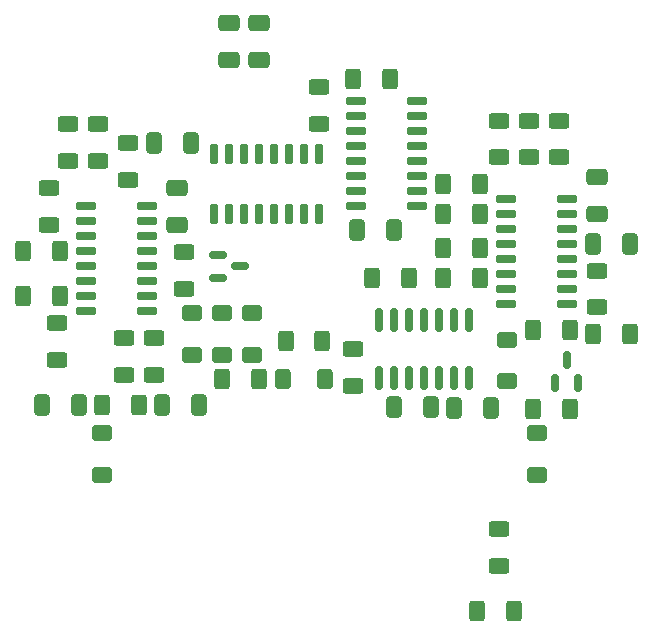
<source format=gtp>
G04 #@! TF.GenerationSoftware,KiCad,Pcbnew,8.0.6*
G04 #@! TF.CreationDate,2024-12-27T14:26:58+01:00*
G04 #@! TF.ProjectId,Minutka,4d696e75-746b-4612-9e6b-696361645f70,rev?*
G04 #@! TF.SameCoordinates,Original*
G04 #@! TF.FileFunction,Paste,Top*
G04 #@! TF.FilePolarity,Positive*
%FSLAX46Y46*%
G04 Gerber Fmt 4.6, Leading zero omitted, Abs format (unit mm)*
G04 Created by KiCad (PCBNEW 8.0.6) date 2024-12-27 14:26:58*
%MOMM*%
%LPD*%
G01*
G04 APERTURE LIST*
G04 Aperture macros list*
%AMRoundRect*
0 Rectangle with rounded corners*
0 $1 Rounding radius*
0 $2 $3 $4 $5 $6 $7 $8 $9 X,Y pos of 4 corners*
0 Add a 4 corners polygon primitive as box body*
4,1,4,$2,$3,$4,$5,$6,$7,$8,$9,$2,$3,0*
0 Add four circle primitives for the rounded corners*
1,1,$1+$1,$2,$3*
1,1,$1+$1,$4,$5*
1,1,$1+$1,$6,$7*
1,1,$1+$1,$8,$9*
0 Add four rect primitives between the rounded corners*
20,1,$1+$1,$2,$3,$4,$5,0*
20,1,$1+$1,$4,$5,$6,$7,0*
20,1,$1+$1,$6,$7,$8,$9,0*
20,1,$1+$1,$8,$9,$2,$3,0*%
G04 Aperture macros list end*
%ADD10RoundRect,0.250000X0.650000X-0.412500X0.650000X0.412500X-0.650000X0.412500X-0.650000X-0.412500X0*%
%ADD11RoundRect,0.250000X-0.625000X0.400000X-0.625000X-0.400000X0.625000X-0.400000X0.625000X0.400000X0*%
%ADD12RoundRect,0.250000X0.412500X0.650000X-0.412500X0.650000X-0.412500X-0.650000X0.412500X-0.650000X0*%
%ADD13RoundRect,0.250000X-0.600000X0.400000X-0.600000X-0.400000X0.600000X-0.400000X0.600000X0.400000X0*%
%ADD14RoundRect,0.250000X0.400000X0.625000X-0.400000X0.625000X-0.400000X-0.625000X0.400000X-0.625000X0*%
%ADD15RoundRect,0.250000X0.625000X-0.400000X0.625000X0.400000X-0.625000X0.400000X-0.625000X-0.400000X0*%
%ADD16RoundRect,0.150000X0.150000X-0.587500X0.150000X0.587500X-0.150000X0.587500X-0.150000X-0.587500X0*%
%ADD17RoundRect,0.250000X-0.400000X-0.625000X0.400000X-0.625000X0.400000X0.625000X-0.400000X0.625000X0*%
%ADD18RoundRect,0.150000X-0.725000X-0.150000X0.725000X-0.150000X0.725000X0.150000X-0.725000X0.150000X0*%
%ADD19RoundRect,0.250000X-0.412500X-0.650000X0.412500X-0.650000X0.412500X0.650000X-0.412500X0.650000X0*%
%ADD20RoundRect,0.250000X-0.400000X-0.600000X0.400000X-0.600000X0.400000X0.600000X-0.400000X0.600000X0*%
%ADD21RoundRect,0.250000X-0.650000X0.412500X-0.650000X-0.412500X0.650000X-0.412500X0.650000X0.412500X0*%
%ADD22RoundRect,0.150000X-0.587500X-0.150000X0.587500X-0.150000X0.587500X0.150000X-0.587500X0.150000X0*%
%ADD23RoundRect,0.150000X-0.150000X0.825000X-0.150000X-0.825000X0.150000X-0.825000X0.150000X0.825000X0*%
%ADD24RoundRect,0.150000X0.725000X0.150000X-0.725000X0.150000X-0.725000X-0.150000X0.725000X-0.150000X0*%
%ADD25RoundRect,0.150000X0.150000X-0.725000X0.150000X0.725000X-0.150000X0.725000X-0.150000X-0.725000X0*%
G04 APERTURE END LIST*
D10*
X137935000Y-94577500D03*
X137935000Y-91452500D03*
D11*
X131267500Y-86067500D03*
X131267500Y-89167500D03*
D12*
X159500000Y-110007600D03*
X156375000Y-110007600D03*
D13*
X139205000Y-102060000D03*
X139205000Y-105560000D03*
D14*
X171235000Y-103492500D03*
X168135000Y-103492500D03*
D11*
X127140000Y-91465000D03*
X127140000Y-94565000D03*
D13*
X168415000Y-112220000D03*
X168415000Y-115720000D03*
D15*
X173495000Y-101550000D03*
X173495000Y-98450000D03*
D11*
X133807500Y-87655000D03*
X133807500Y-90755000D03*
X165240000Y-120357500D03*
X165240000Y-123457500D03*
D16*
X170005000Y-107922500D03*
X171905000Y-107922500D03*
X170955000Y-106047500D03*
D17*
X160515000Y-93650000D03*
X163615000Y-93650000D03*
D11*
X165240000Y-85750000D03*
X165240000Y-88850000D03*
D18*
X130280000Y-93015000D03*
X130280000Y-94285000D03*
X130280000Y-95555000D03*
X130280000Y-96825000D03*
X130280000Y-98095000D03*
X130280000Y-99365000D03*
X130280000Y-100635000D03*
X130280000Y-101905000D03*
X135430000Y-101905000D03*
X135430000Y-100635000D03*
X135430000Y-99365000D03*
X135430000Y-98095000D03*
X135430000Y-96825000D03*
X135430000Y-95555000D03*
X135430000Y-94285000D03*
X135430000Y-93015000D03*
D15*
X133490000Y-107265000D03*
X133490000Y-104165000D03*
D12*
X176327500Y-96190000D03*
X173202500Y-96190000D03*
D19*
X136690000Y-109842500D03*
X139815000Y-109842500D03*
D13*
X131585000Y-112220000D03*
X131585000Y-115720000D03*
D19*
X126530000Y-109842500D03*
X129655000Y-109842500D03*
D17*
X147180000Y-104445000D03*
X150280000Y-104445000D03*
X124955000Y-96825000D03*
X128055000Y-96825000D03*
D13*
X165875000Y-104282500D03*
X165875000Y-107782500D03*
D15*
X127775000Y-105995000D03*
X127775000Y-102895000D03*
D19*
X161455000Y-110058400D03*
X164580000Y-110058400D03*
D20*
X146980000Y-107620000D03*
X150480000Y-107620000D03*
D21*
X144920000Y-77482500D03*
X144920000Y-80607500D03*
D15*
X138570000Y-99962500D03*
X138570000Y-96862500D03*
D17*
X141782500Y-107620000D03*
X144882500Y-107620000D03*
X124955000Y-100635000D03*
X128055000Y-100635000D03*
D13*
X141745000Y-102060000D03*
X141745000Y-105560000D03*
D17*
X173215000Y-103810000D03*
X176315000Y-103810000D03*
X160515000Y-99047500D03*
X163615000Y-99047500D03*
D15*
X136030000Y-107265000D03*
X136030000Y-104165000D03*
D12*
X156325000Y-95000000D03*
X153200000Y-95000000D03*
D11*
X170320000Y-85750000D03*
X170320000Y-88850000D03*
D14*
X157582500Y-99047500D03*
X154482500Y-99047500D03*
D17*
X131622500Y-109842500D03*
X134722500Y-109842500D03*
D22*
X141442500Y-97145000D03*
X141442500Y-99045000D03*
X143317500Y-98095000D03*
D10*
X173495000Y-93625000D03*
X173495000Y-90500000D03*
D11*
X167780000Y-85750000D03*
X167780000Y-88850000D03*
D23*
X162700000Y-102605000D03*
X161430000Y-102605000D03*
X160160000Y-102605000D03*
X158890000Y-102605000D03*
X157620000Y-102605000D03*
X156350000Y-102605000D03*
X155080000Y-102605000D03*
X155080000Y-107555000D03*
X156350000Y-107555000D03*
X157620000Y-107555000D03*
X158890000Y-107555000D03*
X160160000Y-107555000D03*
X161430000Y-107555000D03*
X162700000Y-107555000D03*
D24*
X158290000Y-93015000D03*
X158290000Y-91745000D03*
X158290000Y-90475000D03*
X158290000Y-89205000D03*
X158290000Y-87935000D03*
X158290000Y-86665000D03*
X158290000Y-85395000D03*
X158290000Y-84125000D03*
X153140000Y-84125000D03*
X153140000Y-85395000D03*
X153140000Y-86665000D03*
X153140000Y-87935000D03*
X153140000Y-89205000D03*
X153140000Y-90475000D03*
X153140000Y-91745000D03*
X153140000Y-93015000D03*
D19*
X136055000Y-87617500D03*
X139180000Y-87617500D03*
D14*
X166472500Y-127305000D03*
X163372500Y-127305000D03*
D21*
X142380000Y-77482500D03*
X142380000Y-80607500D03*
D15*
X152857500Y-108217500D03*
X152857500Y-105117500D03*
D17*
X160515000Y-96507500D03*
X163615000Y-96507500D03*
D11*
X128727500Y-86067500D03*
X128727500Y-89167500D03*
D13*
X144285000Y-102060000D03*
X144285000Y-105560000D03*
D18*
X165840000Y-92380000D03*
X165840000Y-93650000D03*
X165840000Y-94920000D03*
X165840000Y-96190000D03*
X165840000Y-97460000D03*
X165840000Y-98730000D03*
X165840000Y-100000000D03*
X165840000Y-101270000D03*
X170990000Y-101270000D03*
X170990000Y-100000000D03*
X170990000Y-98730000D03*
X170990000Y-97460000D03*
X170990000Y-96190000D03*
X170990000Y-94920000D03*
X170990000Y-93650000D03*
X170990000Y-92380000D03*
D11*
X150000000Y-82892500D03*
X150000000Y-85992500D03*
D17*
X168135000Y-110160000D03*
X171235000Y-110160000D03*
X152895000Y-82220000D03*
X155995000Y-82220000D03*
X160515000Y-91110000D03*
X163615000Y-91110000D03*
D25*
X141110000Y-93685000D03*
X142380000Y-93685000D03*
X143650000Y-93685000D03*
X144920000Y-93685000D03*
X146190000Y-93685000D03*
X147460000Y-93685000D03*
X148730000Y-93685000D03*
X150000000Y-93685000D03*
X150000000Y-88535000D03*
X148730000Y-88535000D03*
X147460000Y-88535000D03*
X146190000Y-88535000D03*
X144920000Y-88535000D03*
X143650000Y-88535000D03*
X142380000Y-88535000D03*
X141110000Y-88535000D03*
M02*

</source>
